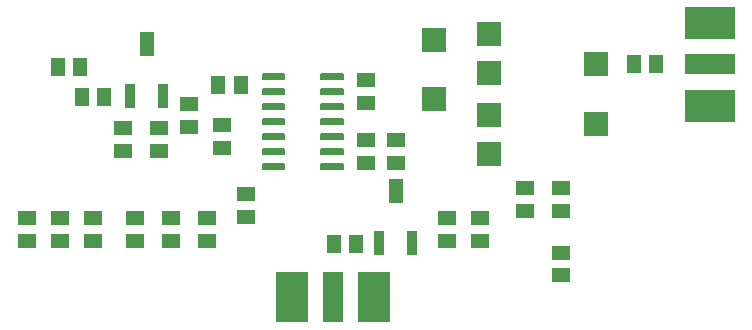
<source format=gbr>
G04 EAGLE Gerber RS-274X export*
G75*
%MOMM*%
%FSLAX34Y34*%
%LPD*%
%INSolderpaste Top*%
%IPPOS*%
%AMOC8*
5,1,8,0,0,1.08239X$1,22.5*%
G01*
%ADD10R,1.300000X1.500000*%
%ADD11R,2.000000X2.000000*%
%ADD12R,1.500000X1.300000*%
%ADD13R,0.900000X2.000000*%
%ADD14R,1.300000X2.000000*%
%ADD15C,0.147500*%
%ADD16R,1.778000X4.191000*%
%ADD17R,2.667000X4.191000*%
%ADD18R,4.191000X1.778000*%
%ADD19R,4.191000X2.667000*%


D10*
X374040Y76200D03*
X393040Y76200D03*
D11*
X459260Y248920D03*
X459260Y198920D03*
D12*
X535940Y104800D03*
X535940Y123800D03*
D10*
X628040Y228600D03*
X647040Y228600D03*
D12*
X566420Y50190D03*
X566420Y69190D03*
D10*
X140360Y226060D03*
X159360Y226060D03*
D12*
X426720Y145440D03*
X426720Y164440D03*
X114300Y79400D03*
X114300Y98400D03*
X205740Y98400D03*
X205740Y79400D03*
X279400Y158140D03*
X279400Y177140D03*
X236220Y98400D03*
X236220Y79400D03*
X469900Y79400D03*
X469900Y98400D03*
X497840Y79400D03*
X497840Y98400D03*
D13*
X412720Y77060D03*
D14*
X426720Y121060D03*
D13*
X440720Y77060D03*
D12*
X266700Y79400D03*
X266700Y98400D03*
X299720Y99720D03*
X299720Y118720D03*
D10*
X295250Y210820D03*
X276250Y210820D03*
D12*
X401320Y215240D03*
X401320Y196240D03*
X566420Y123800D03*
X566420Y104800D03*
D10*
X179680Y200660D03*
X160680Y200660D03*
D12*
X195580Y155600D03*
X195580Y174600D03*
D13*
X201900Y201520D03*
D14*
X215900Y245520D03*
D13*
X229900Y201520D03*
D12*
X226060Y155600D03*
X226060Y174600D03*
X251460Y175920D03*
X251460Y194920D03*
X170180Y98400D03*
X170180Y79400D03*
X142240Y79400D03*
X142240Y98400D03*
X401320Y145440D03*
X401320Y164440D03*
D15*
X332193Y216227D02*
X314167Y216227D01*
X314167Y220653D01*
X332193Y220653D01*
X332193Y216227D01*
X332193Y217628D02*
X314167Y217628D01*
X314167Y219029D02*
X332193Y219029D01*
X332193Y220430D02*
X314167Y220430D01*
X314167Y203527D02*
X332193Y203527D01*
X314167Y203527D02*
X314167Y207953D01*
X332193Y207953D01*
X332193Y203527D01*
X332193Y204928D02*
X314167Y204928D01*
X314167Y206329D02*
X332193Y206329D01*
X332193Y207730D02*
X314167Y207730D01*
X314167Y190827D02*
X332193Y190827D01*
X314167Y190827D02*
X314167Y195253D01*
X332193Y195253D01*
X332193Y190827D01*
X332193Y192228D02*
X314167Y192228D01*
X314167Y193629D02*
X332193Y193629D01*
X332193Y195030D02*
X314167Y195030D01*
X314167Y178127D02*
X332193Y178127D01*
X314167Y178127D02*
X314167Y182553D01*
X332193Y182553D01*
X332193Y178127D01*
X332193Y179528D02*
X314167Y179528D01*
X314167Y180929D02*
X332193Y180929D01*
X332193Y182330D02*
X314167Y182330D01*
X314167Y165427D02*
X332193Y165427D01*
X314167Y165427D02*
X314167Y169853D01*
X332193Y169853D01*
X332193Y165427D01*
X332193Y166828D02*
X314167Y166828D01*
X314167Y168229D02*
X332193Y168229D01*
X332193Y169630D02*
X314167Y169630D01*
X314167Y152727D02*
X332193Y152727D01*
X314167Y152727D02*
X314167Y157153D01*
X332193Y157153D01*
X332193Y152727D01*
X332193Y154128D02*
X314167Y154128D01*
X314167Y155529D02*
X332193Y155529D01*
X332193Y156930D02*
X314167Y156930D01*
X314167Y140027D02*
X332193Y140027D01*
X314167Y140027D02*
X314167Y144453D01*
X332193Y144453D01*
X332193Y140027D01*
X332193Y141428D02*
X314167Y141428D01*
X314167Y142829D02*
X332193Y142829D01*
X332193Y144230D02*
X314167Y144230D01*
X363767Y140027D02*
X381793Y140027D01*
X363767Y140027D02*
X363767Y144453D01*
X381793Y144453D01*
X381793Y140027D01*
X381793Y141428D02*
X363767Y141428D01*
X363767Y142829D02*
X381793Y142829D01*
X381793Y144230D02*
X363767Y144230D01*
X363767Y152727D02*
X381793Y152727D01*
X363767Y152727D02*
X363767Y157153D01*
X381793Y157153D01*
X381793Y152727D01*
X381793Y154128D02*
X363767Y154128D01*
X363767Y155529D02*
X381793Y155529D01*
X381793Y156930D02*
X363767Y156930D01*
X363767Y165427D02*
X381793Y165427D01*
X363767Y165427D02*
X363767Y169853D01*
X381793Y169853D01*
X381793Y165427D01*
X381793Y166828D02*
X363767Y166828D01*
X363767Y168229D02*
X381793Y168229D01*
X381793Y169630D02*
X363767Y169630D01*
X363767Y178127D02*
X381793Y178127D01*
X363767Y178127D02*
X363767Y182553D01*
X381793Y182553D01*
X381793Y178127D01*
X381793Y179528D02*
X363767Y179528D01*
X363767Y180929D02*
X381793Y180929D01*
X381793Y182330D02*
X363767Y182330D01*
X363767Y190827D02*
X381793Y190827D01*
X363767Y190827D02*
X363767Y195253D01*
X381793Y195253D01*
X381793Y190827D01*
X381793Y192228D02*
X363767Y192228D01*
X363767Y193629D02*
X381793Y193629D01*
X381793Y195030D02*
X363767Y195030D01*
X363767Y203527D02*
X381793Y203527D01*
X363767Y203527D02*
X363767Y207953D01*
X381793Y207953D01*
X381793Y203527D01*
X381793Y204928D02*
X363767Y204928D01*
X363767Y206329D02*
X381793Y206329D01*
X381793Y207730D02*
X363767Y207730D01*
X363767Y216227D02*
X381793Y216227D01*
X363767Y216227D02*
X363767Y220653D01*
X381793Y220653D01*
X381793Y216227D01*
X381793Y217628D02*
X363767Y217628D01*
X363767Y219029D02*
X381793Y219029D01*
X381793Y220430D02*
X363767Y220430D01*
D16*
X373380Y31314D03*
D17*
X338434Y31314D03*
X408326Y31314D03*
D18*
X692586Y228600D03*
D19*
X692586Y193654D03*
X692586Y263546D03*
D11*
X505460Y254000D03*
X505460Y220900D03*
X596260Y228600D03*
X596260Y177800D03*
X505460Y185500D03*
X505460Y152400D03*
M02*

</source>
